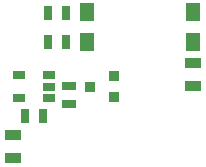
<source format=gbr>
G04 #@! TF.GenerationSoftware,KiCad,Pcbnew,5.0.2*
G04 #@! TF.CreationDate,2020-09-01T14:55:28+02:00*
G04 #@! TF.ProjectId,pmod-linky_tic,706d6f64-2d6c-4696-9e6b-795f7469632e,1*
G04 #@! TF.SameCoordinates,Original*
G04 #@! TF.FileFunction,Paste,Top*
G04 #@! TF.FilePolarity,Positive*
%FSLAX46Y46*%
G04 Gerber Fmt 4.6, Leading zero omitted, Abs format (unit mm)*
G04 Created by KiCad (PCBNEW 5.0.2) date mar. 01 sept. 2020 14:55:28 CEST*
%MOMM*%
%LPD*%
G01*
G04 APERTURE LIST*
%ADD10R,1.397000X0.889000*%
%ADD11R,1.300000X1.500000*%
%ADD12R,0.914400X0.914400*%
%ADD13R,0.635000X1.143000*%
%ADD14R,1.143000X0.635000*%
%ADD15R,1.000760X0.701040*%
G04 APERTURE END LIST*
D10*
G04 #@! TO.C,R1*
X153500000Y-104952500D03*
X153500000Y-103047500D03*
G04 #@! TD*
D11*
G04 #@! TO.C,U1*
X144500000Y-101270000D03*
X144500000Y-98730000D03*
X153500000Y-98730000D03*
X153500000Y-101270000D03*
G04 #@! TD*
D12*
G04 #@! TO.C,Q1*
X146766000Y-104111000D03*
X146766000Y-105889000D03*
X144734000Y-105000000D03*
G04 #@! TD*
D13*
G04 #@! TO.C,R2*
X142762000Y-98750000D03*
X141238000Y-98750000D03*
G04 #@! TD*
D14*
G04 #@! TO.C,R3*
X143000000Y-104988000D03*
X143000000Y-106512000D03*
G04 #@! TD*
D15*
G04 #@! TO.C,U2*
X138730000Y-105952500D03*
X138730000Y-104047500D03*
X141270000Y-104047500D03*
X141270000Y-105000000D03*
X141270000Y-105952500D03*
G04 #@! TD*
D10*
G04 #@! TO.C,C1*
X138250000Y-111032500D03*
X138250000Y-109127500D03*
G04 #@! TD*
D13*
G04 #@! TO.C,C2*
X139238000Y-107500000D03*
X140762000Y-107500000D03*
G04 #@! TD*
G04 #@! TO.C,C3*
X141238000Y-101250000D03*
X142762000Y-101250000D03*
G04 #@! TD*
M02*

</source>
